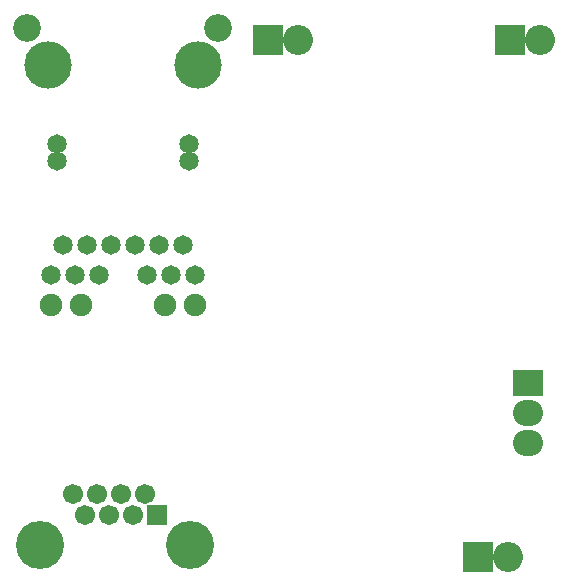
<source format=gbs>
G04 #@! TF.FileFunction,Soldermask,Bot*
%FSLAX46Y46*%
G04 Gerber Fmt 4.6, Leading zero omitted, Abs format (unit mm)*
G04 Created by KiCad (PCBNEW (2015-03-16 BZR 5519)-product) date Wed 18 Mar 2015 02:08:14 PM CET*
%MOMM*%
G01*
G04 APERTURE LIST*
%ADD10C,0.150000*%
%ADD11C,4.064000*%
%ADD12C,1.701800*%
%ADD13R,1.701800X1.701800*%
%ADD14C,1.651000*%
%ADD15C,4.013200*%
%ADD16C,2.336800*%
%ADD17C,1.905000*%
%ADD18R,2.540000X2.235200*%
%ADD19O,2.540000X2.235200*%
%ADD20R,2.540000X2.540000*%
%ADD21O,2.540000X2.540000*%
G04 APERTURE END LIST*
D10*
D11*
X121285000Y-107950000D03*
X133985000Y-107950000D03*
D12*
X124079000Y-103632000D03*
X126111000Y-103632000D03*
X128143000Y-103632000D03*
X130175000Y-103632000D03*
X125095000Y-105410000D03*
X127127000Y-105410000D03*
X129159000Y-105410000D03*
D13*
X131191000Y-105410000D03*
D14*
X123190000Y-82550000D03*
X125222000Y-82550000D03*
X127254000Y-82550000D03*
X129286000Y-82550000D03*
X131318000Y-82550000D03*
X133350000Y-82550000D03*
X122174000Y-85090000D03*
X124206000Y-85090000D03*
X126238000Y-85090000D03*
X130302000Y-85090000D03*
X132334000Y-85090000D03*
X134366000Y-85090000D03*
D15*
X121920000Y-67310000D03*
X134620000Y-67310000D03*
D16*
X120205500Y-64135000D03*
X136334500Y-64135000D03*
D14*
X122682000Y-75438000D03*
X133858000Y-75438000D03*
X122682000Y-73964800D03*
X133858000Y-73964800D03*
D17*
X134366000Y-87630000D03*
X131826000Y-87630000D03*
X122174000Y-87630000D03*
X124714000Y-87630000D03*
D18*
X162623500Y-94234000D03*
D19*
X162623500Y-96774000D03*
X162623500Y-99314000D03*
D20*
X140589000Y-65214500D03*
D21*
X143129000Y-65214500D03*
D20*
X158369000Y-108966000D03*
D21*
X160909000Y-108966000D03*
D20*
X161099500Y-65151000D03*
D21*
X163639500Y-65151000D03*
M02*

</source>
